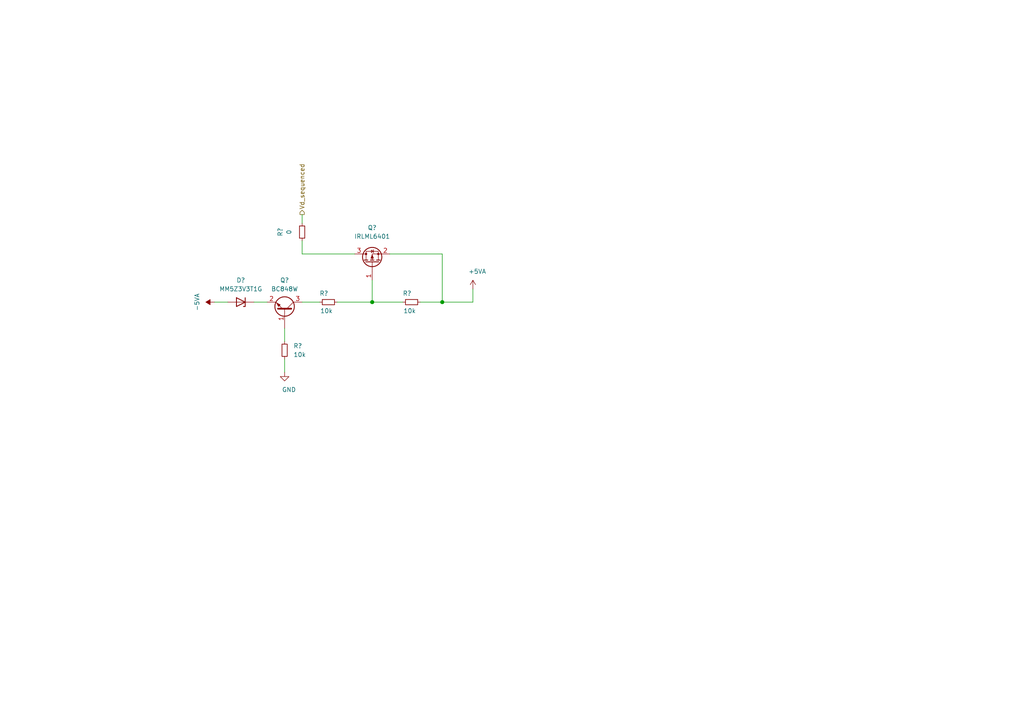
<source format=kicad_sch>
(kicad_sch (version 20210406) (generator eeschema)
  (paper "A4")
  (lib_symbols
    (symbol "Device:R_Small" (pin_numbers hide) (pin_names (offset 0.254) hide)
      (property "Reference" "R" (at 0.762 0.508 0))
      (property "Value" "R_Small" (at 0.762 -1.016 0))
      (symbol "R_Small_0_1"
        (rectangle (start -0.762 1.778) (end 0.762 -1.778) (stroke (width 0.2032)))
      )
      (symbol "R_Small_1_1"
        (pin passive line (at 0 2.54 270) (length 0.762) (name "~") (number "1"))
        (pin passive line (at 0 -2.54 90) (length 0.762) (name "~") (number "2"))
      )
    )
    (symbol "Diode:MM5Zxx" (pin_numbers hide) (pin_names (offset 1.016) hide)
      (property "Reference" "D" (at 0 2.54 0))
      (property "Value" "MM5Zxx" (at 0 -2.54 0))
      (symbol "MM5Zxx_0_1"
        (polyline (pts (xy 1.27 0) (xy -1.27 0)))
        (polyline (pts (xy -1.27 -1.27) (xy -1.27 1.27) (xy -0.762 1.27)) (stroke (width 0.254)))
        (polyline (pts (xy 1.27 -1.27) (xy 1.27 1.27) (xy -1.27 0) (xy 1.27 -1.27)) (stroke (width 0.254)))
      )
      (symbol "MM5Zxx_1_1"
        (pin passive line (at -3.81 0 0) (length 2.54) (name "K") (number "1"))
        (pin passive line (at 3.81 0 180) (length 2.54) (name "A") (number "2"))
      )
    )
    (symbol "Transistor_BJT:BC848W" (pin_names (offset 0) hide)
      (property "Reference" "Q" (at 5.08 1.905 0))
      (property "Value" "BC848W" (at 5.08 0 0))
      (symbol "BC848W_0_1"
        (circle (center 1.27 0) (radius 2.8194) (stroke (width 0.254)))
        (polyline (pts (xy 0.635 0.635) (xy 2.54 2.54)))
        (polyline (pts (xy 0.635 -0.635) (xy 2.54 -2.54) (xy 2.54 -2.54)))
        (polyline (pts (xy 0.635 1.905) (xy 0.635 -1.905) (xy 0.635 -1.905)) (stroke (width 0.508)))
        (polyline (pts (xy 1.27 -1.778) (xy 1.778 -1.27) (xy 2.286 -2.286) (xy 1.27 -1.778) (xy 1.27 -1.778)) (fill (type outline)))
      )
      (symbol "BC848W_1_1"
        (pin input line (at -5.08 0 0) (length 5.715) (name "B") (number "1"))
        (pin passive line (at 2.54 -5.08 90) (length 2.54) (name "E") (number "2"))
        (pin passive line (at 2.54 5.08 270) (length 2.54) (name "C") (number "3"))
      )
    )
    (symbol "Transistor_FET:IRLML6401" (pin_names hide)
      (property "Reference" "Q" (at 5.08 1.905 0))
      (property "Value" "IRLML6401" (at 5.08 0 0))
      (symbol "IRLML6401_0_1"
        (circle (center 1.651 0) (radius 2.794) (stroke (width 0.254)))
        (circle (center 2.54 -1.778) (radius 0.254) (fill (type outline)))
        (circle (center 2.54 1.778) (radius 0.254) (fill (type outline)))
        (polyline (pts (xy 0.254 0) (xy -2.54 0)))
        (polyline (pts (xy 0.254 1.905) (xy 0.254 -1.905)) (stroke (width 0.254)))
        (polyline (pts (xy 0.762 -1.27) (xy 0.762 -2.286)) (stroke (width 0.254)))
        (polyline (pts (xy 0.762 0.508) (xy 0.762 -0.508)) (stroke (width 0.254)))
        (polyline (pts (xy 0.762 2.286) (xy 0.762 1.27)) (stroke (width 0.254)))
        (polyline (pts (xy 2.54 2.54) (xy 2.54 1.778)))
        (polyline (pts (xy 2.54 -2.54) (xy 2.54 0) (xy 0.762 0)))
        (polyline (pts (xy 0.762 1.778) (xy 3.302 1.778) (xy 3.302 -1.778) (xy 0.762 -1.778)))
        (polyline (pts (xy 2.794 -0.508) (xy 2.921 -0.381) (xy 3.683 -0.381) (xy 3.81 -0.254)))
        (polyline (pts (xy 3.302 -0.381) (xy 2.921 0.254) (xy 3.683 0.254) (xy 3.302 -0.381)))
        (polyline (pts (xy 2.286 0) (xy 1.27 0.381) (xy 1.27 -0.381) (xy 2.286 0)) (fill (type outline)))
      )
      (symbol "IRLML6401_1_1"
        (pin input line (at -5.08 0 0) (length 2.54) (name "G") (number "1"))
        (pin passive line (at 2.54 -5.08 90) (length 2.54) (name "S") (number "2"))
        (pin passive line (at 2.54 5.08 270) (length 2.54) (name "D") (number "3"))
      )
    )
    (symbol "power:+5VA" (power) (pin_names (offset 0))
      (property "Value" "+5VA" (at 0 3.556 0))
      (symbol "+5VA_0_1"
        (polyline (pts (xy -0.762 1.27) (xy 0 2.54)))
        (polyline (pts (xy 0 0) (xy 0 2.54)))
        (polyline (pts (xy 0 2.54) (xy 0.762 1.27)))
      )
      (symbol "+5VA_1_1"
        (pin power_in line (at 0 0 90) (length 0) hide (name "+5VA") (number "1"))
      )
    )
    (symbol "power:-5VA" (power) (pin_names (offset 0))
      (property "Value" "-5VA" (at 0 3.81 0))
      (symbol "-5VA_0_0"
        (pin power_in line (at 0 0 90) (length 0) hide (name "-5VA") (number "1"))
      )
      (symbol "-5VA_0_1"
        (polyline (pts (xy 0 0) (xy 0 1.27) (xy 0.762 1.27) (xy 0 2.54) (xy -0.762 1.27) (xy 0 1.27)) (fill (type outline)))
      )
    )
    (symbol "power:GND" (power) (pin_names (offset 0))
      (property "Value" "GND" (at 0 -3.81 0))
      (symbol "GND_0_1"
        (polyline (pts (xy 0 0) (xy 0 -1.27) (xy 1.27 -1.27) (xy 0 -2.54) (xy -1.27 -1.27) (xy 0 -1.27)))
      )
      (symbol "GND_1_1"
        (pin power_in line (at 0 0 270) (length 0) hide (name "GND") (number "1"))
      )
    )
  )
  (junction (at 107.95 87.63) (diameter 1.016))
  (junction (at 128.27 87.63) (diameter 1.016))
  (wire (pts (xy 62.23 87.63) (xy 66.04 87.63)))
  (wire (pts (xy 73.66 87.63) (xy 77.47 87.63)))
  (wire (pts (xy 82.55 95.25) (xy 82.55 99.06)))
  (wire (pts (xy 82.55 104.14) (xy 82.55 107.95)))
  (wire (pts (xy 87.63 62.23) (xy 87.63 64.77)))
  (wire (pts (xy 87.63 69.85) (xy 87.63 73.66)))
  (wire (pts (xy 87.63 73.66) (xy 102.87 73.66)))
  (wire (pts (xy 87.63 87.63) (xy 92.71 87.63)))
  (wire (pts (xy 97.79 87.63) (xy 107.95 87.63)))
  (wire (pts (xy 107.95 87.63) (xy 107.95 81.28)))
  (wire (pts (xy 107.95 87.63) (xy 116.84 87.63)))
  (wire (pts (xy 113.03 73.66) (xy 128.27 73.66)))
  (wire (pts (xy 121.92 87.63) (xy 128.27 87.63)))
  (wire (pts (xy 128.27 73.66) (xy 128.27 87.63)))
  (wire (pts (xy 128.27 87.63) (xy 137.16 87.63)))
  (wire (pts (xy 137.16 87.63) (xy 137.16 83.82)))
  (hierarchical_label "Vd_sequenced" (shape output) (at 87.63 62.23 90))
  (symbol (lib_id "power:-5VA") (at 62.23 87.63 90)
    (property "Reference" "#PWR?" (effects hide))
    (property "Value" "-5VA" (at 57.15 87.63 0))
  )
  (symbol (lib_id "power:+5VA") (at 137.16 83.82 0)
    (property "Reference" "#PWR?" (effects hide))
    (property "Value" "+5VA" (at 138.43 78.74 0))
  )
  (symbol (lib_id "power:GND") (at 82.55 107.95 0)
    (property "Reference" "#PWR?" (effects hide))
    (property "Value" "GND" (at 83.82 113.03 0))
  )
  (symbol (lib_id "Device:R_Small") (at 82.55 101.6 0)
    (property "Reference" "R?" (at 85.09 100.33 0) (effects (justify left)))
    (property "Value" "10k" (at 85.09 102.87 0) (effects (justify left)))
    (property "Footprint" "Resistor_SMD:R_0402_1005Metric" (effects hide))
  )
  (symbol (lib_id "Device:R_Small") (at 87.63 67.31 180)
    (property "Reference" "R?" (at 81.28 67.31 90))
    (property "Value" "0" (at 83.82 67.31 90))
    (property "Footprint" "Resistor_SMD:R_0402_1005Metric" (effects hide))
  )
  (symbol (lib_id "Device:R_Small") (at 95.25 87.63 90)
    (property "Reference" "R?" (at 95.25 85.09 90) (effects (justify left)))
    (property "Value" "10k" (at 96.52 90.17 90) (effects (justify left)))
    (property "Footprint" "Resistor_SMD:R_0402_1005Metric" (effects hide))
  )
  (symbol (lib_id "Device:R_Small") (at 119.38 87.63 90)
    (property "Reference" "R?" (at 119.38 85.09 90) (effects (justify left)))
    (property "Value" "10k" (at 120.65 90.17 90) (effects (justify left)))
    (property "Footprint" "Resistor_SMD:R_0402_1005Metric" (effects hide))
  )
  (symbol (lib_id "Diode:MM5Zxx") (at 69.85 87.63 180)
    (property "Reference" "D?" (at 69.85 81.28 0))
    (property "Value" "MM5Z3V3T1G" (at 69.85 83.82 0))
    (property "Footprint" "Diode_SMD:D_SOD-523" (effects hide))
    (property "Datasheet" "https://diotec.com/tl_files/diotec/files/pdf/datasheets/mm5z2v4.pdf" (effects hide))
  )
  (symbol (lib_id "Transistor_BJT:BC848W") (at 82.55 90.17 270) (mirror x)
    (property "Reference" "Q?" (at 82.55 81.28 90))
    (property "Value" "BC848W" (at 82.55 83.82 90))
    (property "Footprint" "Package_TO_SOT_SMD:SOT-323_SC-70" (effects hide))
    (property "Datasheet" "http://www.infineon.com/dgdl/Infineon-BC847SERIES_BC848SERIES_BC849SERIES_BC850SERIES-DS-v01_01-en.pdf?fileId=db3a304314dca389011541d4630a1657" (effects hide))
  )
  (symbol (lib_id "Transistor_FET:IRLML6401") (at 107.95 76.2 90)
    (property "Reference" "Q?" (at 107.95 66.04 90))
    (property "Value" "IRLML6401" (at 107.95 68.58 90))
    (property "Footprint" "Package_TO_SOT_SMD:SOT-23" (effects hide))
    (property "Datasheet" "https://www.infineon.com/dgdl/irlml6401pbf.pdf?fileId=5546d462533600a401535668b96d2634" (effects hide))
  )
)
</source>
